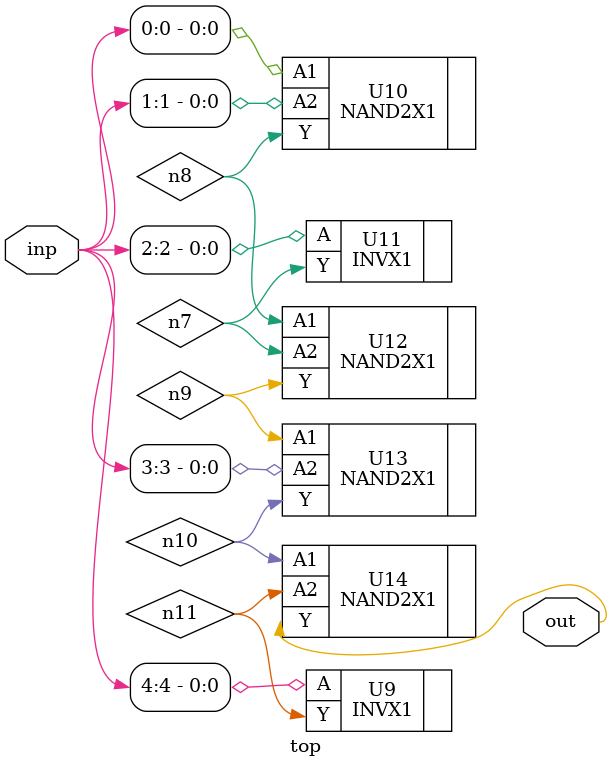
<source format=sv>


module top ( inp, out );
  input [4:0] inp;
  output out;
  wire   n7, n8, n9, n10, n11;

  INVX1 U9 ( .A(inp[4]), .Y(n11) );
  NAND2X1 U10 ( .A1(inp[0]), .A2(inp[1]), .Y(n8) );
  INVX1 U11 ( .A(inp[2]), .Y(n7) );
  NAND2X1 U12 ( .A1(n8), .A2(n7), .Y(n9) );
  NAND2X1 U13 ( .A1(n9), .A2(inp[3]), .Y(n10) );
  NAND2X1 U14 ( .A1(n10), .A2(n11), .Y(out) );
endmodule


</source>
